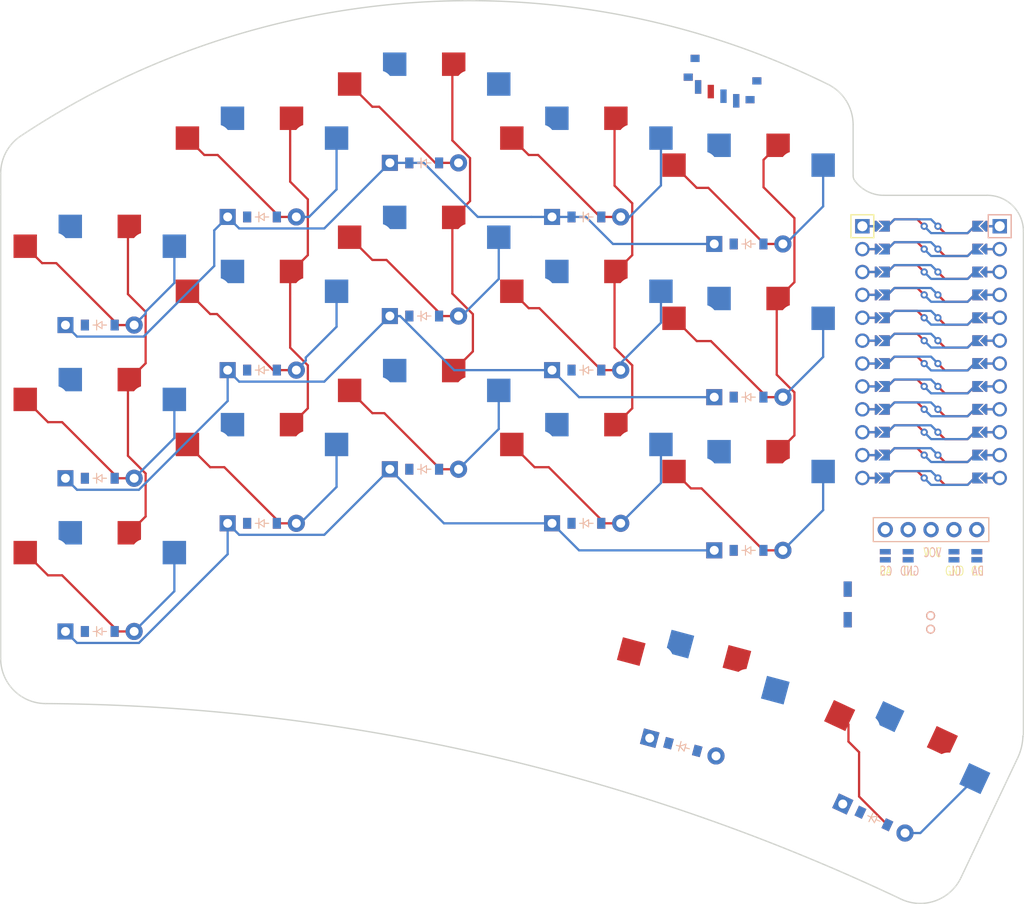
<source format=kicad_pcb>
(kicad_pcb (version 20211014) (generator pcbnew)
  (title_block (title "3x5_2") (rev "v1.0.0") (company "Unknown"))
  (layers (0 "F.Cu" signal) (31 "B.Cu" signal) (34 "B.Paste" user) (35 "F.Paste" user) (36 "B.SilkS" user "B.Silkscreen") (37 "F.SilkS" user "F.Silkscreen") (38 "B.Mask" user) (39 "F.Mask" user) (44 "Edge.Cuts" user))
  (net 0 "")
  (net 1 "P3")
  (net 2 "pinky_bot")
  (net 3 "pinky_mid")
  (net 4 "pinky_top")
  (net 5 "P4")
  (net 6 "ring_bot")
  (net 7 "ring_mid")
  (net 8 "ring_top")
  (net 9 "P5")
  (net 10 "middle_bot")
  (net 11 "middle_mid")
  (net 12 "middle_top")
  (net 13 "P6")
  (net 14 "index_bot")
  (net 15 "index_mid")
  (net 16 "index_top")
  (net 17 "P7")
  (net 18 "inner_bot")
  (net 19 "inner_mid")
  (net 20 "inner_top")
  (net 21 "out_default")
  (net 22 "in_default")
  (net 23 "P0")
  (net 24 "P1")
  (net 25 "P2")
  (net 26 "RAW")
  (net 27 "GND")
  (net 28 "RST")
  (net 29 "VCC")
  (net 30 "P21")
  (net 31 "P20")
  (net 32 "P19")
  (net 33 "P18")
  (net 34 "P15")
  (net 35 "P14")
  (net 36 "P16")
  (net 37 "P10")
  (net 38 "P8")
  (net 39 "P9")
  (net 40 "MOSI")
  (net 41 "SCK")
  (net 42 "CS")
  (net 43 "DISP1_1")
  (net 44 "DISP1_2")
  (net 45 "DISP1_4")
  (net 46 "DISP1_5")
  (net 47 "pos")
  (footprint "lib:bat" (layer "F.Cu") (at 92.2 4 180)
    (fp_text reference "")
    (fp_text value "")
  )
  (footprint "ComboDiode" (layer "F.Cu") (at 18 -7)
    (fp_text reference "D4" hide)
    (fp_text value "" hide)
  )
  (footprint "ComboDiode" (layer "F.Cu") (at 72 -21)
    (fp_text reference "D14" hide)
    (fp_text value "" hide)
  )
  (footprint "PG1350" (layer "F.Cu") (at 18 -29)
    (fp_text reference "S5" hide)
    (fp_text value "" hide)
  )
  (footprint "PG1350" (layer "F.Cu") (at 18 -12)
    (fp_text reference "S4" hide)
    (fp_text value "" hide)
  )
  (footprint "PG1350" (layer "F.Cu") (at 36 -18)
    (fp_text reference "S7" hide)
    (fp_text value "" hide)
  )
  (footprint "PG1350" (layer "F.Cu") (at 36 -52)
    (fp_text reference "S9" hide)
    (fp_text value "" hide)
  )
  (footprint "ComboDiode" (layer "F.Cu") (at 54 -24)
    (fp_text reference "D11" hide)
    (fp_text value "" hide)
  )
  (footprint "PG1350" (layer "F.Cu") (at 72 -9)
    (fp_text reference "S13" hide)
    (fp_text value "" hide)
  )
  (footprint "Button_Switch_SMD:SW_SPST_B3U-1000P" (layer "F.Cu") (at 83 2 90)
    (fp_text reference "")
    (fp_text value "")
  )
  (footprint "ComboDiode" (layer "F.Cu") (at 64.705905 17.829629 -15)
    (fp_text reference "D16" hide)
    (fp_text value "" hide)
  )
  (footprint "ComboDiode" (layer "F.Cu") (at 36 -13)
    (fp_text reference "D7" hide)
    (fp_text value "" hide)
  )
  (footprint "PG1350" (layer "F.Cu") (at 72 -43)
    (fp_text reference "S15" hide)
    (fp_text value "" hide)
  )
  (footprint "PG1350" (layer "F.Cu") (at 0 -34)
    (fp_text reference "S3" hide)
    (fp_text value "" hide)
  )
  (footprint "PG1350" (layer "F.Cu") (at 88.020322 21.229699 -25)
    (fp_text reference "S17" hide)
    (fp_text value "" hide)
  )
  (footprint "PG1350" (layer "F.Cu") (at 36 -35)
    (fp_text reference "S8" hide)
    (fp_text value "" hide)
  )
  (footprint "ComboDiode" (layer "F.Cu") (at 72 -38)
    (fp_text reference "D15" hide)
    (fp_text value "" hide)
  )
  (footprint "ComboDiode" (layer "F.Cu") (at 85.90723 25.761238 -25)
    (fp_text reference "D17" hide)
    (fp_text value "" hide)
  )
  (footprint "PG1350" (layer "F.Cu") (at 54 -29)
    (fp_text reference "S11" hide)
    (fp_text value "" hide)
  )
  (footprint "PG1350" (layer "F.Cu") (at 18 -46)
    (fp_text reference "S6" hide)
    (fp_text value "" hide)
  )
  (footprint "ComboDiode" (layer "F.Cu") (at 18 -41)
    (fp_text reference "D6" hide)
    (fp_text value "" hide)
  )
  (footprint "PG1350" (layer "F.Cu") (at 54 -12)
    (fp_text reference "S10" hide)
    (fp_text value "" hide)
  )
  (footprint "Button_Switch_SMD:SW_SPDT_PCM12" (layer "F.Cu") (at 69 -56 160)
    (fp_text reference "")
    (fp_text value "")
  )
  (footprint "PG1350" (layer "F.Cu") (at 0 0)
    (fp_text reference "S1" hide)
    (fp_text value "" hide)
  )
  (footprint "nice!view" (layer "F.Cu") (at 92.25 -23)
    (fp_text reference "DISP1" hide)
    (fp_text value "")
  )
  (footprint "ComboDiode" (layer "F.Cu") (at 36 -47)
    (fp_text reference "D9" hide)
    (fp_text value "" hide)
  )
  (footprint "ComboDiode" (layer "F.Cu") (at 54 -41)
    (fp_text reference "D12" hide)
    (fp_text value "" hide)
  )
  (footprint "PG1350" (layer "F.Cu") (at 0 -17)
    (fp_text reference "S2" hide)
    (fp_text value "" hide)
  )
  (footprint "PG1350" (layer "F.Cu") (at 72 -26)
    (fp_text reference "S14" hide)
    (fp_text value "" hide)
  )
  (footprint "PG1350" (layer "F.Cu") (at 54 -46)
    (fp_text reference "S12" hide)
    (fp_text value "" hide)
  )
  (footprint "ComboDiode" (layer "F.Cu") (at 0 5)
    (fp_text reference "D1" hide)
    (fp_text value "" hide)
  )
  (footprint "ProMicro" (layer "F.Cu") (at 92.25 -26 -90)
    (fp_text reference "MCU1" hide)
    (fp_text value "")
  )
  (footprint "PG1350" (layer "F.Cu") (at 66 13 -15)
    (fp_text reference "S16" hide)
    (fp_text value "" hide)
  )
  (footprint "ComboDiode" (layer "F.Cu") (at 0 -12)
    (fp_text reference "D2" hide)
    (fp_text value "" hide)
  )
  (footprint "ComboDiode" (layer "F.Cu") (at 72 -4)
    (fp_text reference "D13" hide)
    (fp_text value "" hide)
  )
  (footprint "ComboDiode" (layer "F.Cu") (at 36 -30)
    (fp_text reference "D8" hide)
    (fp_text value "" hide)
  )
  (footprint "ComboDiode" (layer "F.Cu") (at 54 -7)
    (fp_text reference "D10" hide)
    (fp_text value "" hide)
  )
  (footprint "ComboDiode" (layer "F.Cu") (at 0 -29)
    (fp_text reference "D3" hide)
    (fp_text value "" hide)
  )
  (footprint "ComboDiode" (layer "F.Cu") (at 18 -24)
    (fp_text reference "D5" hide)
    (fp_text value "" hide)
  )
  (gr_arc (start 102.443413 16.6) (mid 102.282652 17.841207) (end 101.867889 19.022059) (layer "Edge.Cuts") (width 0.15))
  (gr_arc (start -6.032609 13.004785) (mid -9.547044 11.528877) (end -11 8.004891) (layer "Edge.Cuts") (width 0.15))
  (gr_arc (start 83.8 -45) (mid 83.651317 -45.283772) (end 83.6 -45.6) (layer "Edge.Cuts") (width 0.15))
  (gr_line (start 87 -43.4) (end 98.5 -43.4) (layer "Edge.Cuts") (width 0.15))
  (gr_arc (start -8.764706 -49.989827) (mid 35.258776 -64.816694) (end 80.811765 -55.715695) (layer "Edge.Cuts") (width 0.15))
  (gr_arc (start 87 -43.4) (mid 85.211146 -43.822291) (end 83.8 -45) (layer "Edge.Cuts") (width 0.15))
  (gr_arc (start -6.032609 13.004785) (mid 42.625546 18.654543) (end 88.907838 34.700888) (layer "Edge.Cuts") (width 0.15))
  (gr_arc (start 80.811765 -55.715694) (mid 82.846105 -53.871676) (end 83.6 -51.231489) (layer "Edge.Cuts") (width 0.15))
  (gr_line (start -11 8.004891) (end -11 -43.5) (layer "Edge.Cuts") (width 0.15))
  (gr_line (start -11 -43.5) (end -11 -45.823725) (layer "Edge.Cuts") (width 0.15))
  (gr_line (start 101.867889 19.022059) (end 95.569153 32.323077) (layer "Edge.Cuts") (width 0.15))
  (gr_arc (start 95.569154 32.323078) (mid 92.731145 34.892116) (end 88.907838 34.700888) (layer "Edge.Cuts") (width 0.15))
  (gr_arc (start -11 -45.823725) (mid -10.405879 -48.18767) (end -8.764706 -49.989826) (layer "Edge.Cuts") (width 0.15))
  (gr_line (start 102.443413 16.6) (end 102.5 16.6) (layer "Edge.Cuts") (width 0.15))
  (gr_arc (start 98.5 -43.4) (mid 101.328427 -42.228427) (end 102.5 -39.4) (layer "Edge.Cuts") (width 0.15))
  (gr_line (start 102.5 16.6) (end 102.5 -39.4) (layer "Edge.Cuts") (width 0.15))
  (gr_line (start 83.6 -45.6) (end 83.6 -51.231489) (layer "Edge.Cuts") (width 0.15))
  (segment (start 3.124999 -14.491659) (end 5.0875 -12.529158) (width 0.25) (layer "F.Cu") (net 1))
  (segment (start 3.124999 -39.799999) (end 3.124999 -32.435001) (width 0.25) (layer "F.Cu") (net 1))
  (segment (start 3.275 -22.95) (end 3.124999 -22.799999) (width 0.25) (layer "F.Cu") (net 1))
  (segment (start 3.275 -39.95) (end 3.124999 -39.799999) (width 0.25) (layer "F.Cu") (net 1))
  (segment (start 5.0875 -12.529158) (end 5.0875 -7.7625) (width 0.25) (layer "F.Cu") (net 1))
  (segment (start 5.0875 -7.7625) (end 3.275 -5.95) (width 0.25) (layer "F.Cu") (net 1))
  (segment (start 3.124999 -32.435001) (end 5.0875 -30.4725) (width 0.25) (layer "F.Cu") (net 1))
  (segment (start 5.0875 -30.4725) (end 5.0875 -24.7625) (width 0.25) (layer "F.Cu") (net 1))
  (segment (start 5.0875 -24.7625) (end 3.275 -22.95) (width 0.25) (layer "F.Cu") (net 1))
  (segment (start 3.124999 -22.799999) (end 3.124999 -14.491659) (width 0.25) (layer "F.Cu") (net 1))
  (segment (start -4.180902 -1.225901) (end 2.044999 5) (width 0.25) (layer "F.Cu") (net 2))
  (segment (start -5.750901 -1.225901) (end -4.180902 -1.225901) (width 0.25) (layer "F.Cu") (net 2))
  (segment (start 2.044999 5) (end 3.81 5) (width 0.25) (layer "F.Cu") (net 2))
  (segment (start -8.275 -3.75) (end -5.750901 -1.225901) (width 0.25) (layer "F.Cu") (net 2))
  (segment (start 8.275 -3.75) (end 8.275 0.535) (width 0.25) (layer "B.Cu") (net 2))
  (segment (start 8.275 0.535) (end 3.81 5) (width 0.25) (layer "B.Cu") (net 2))
  (segment (start -5.750901 -18.225901) (end -4.180902 -18.225901) (width 0.25) (layer "F.Cu") (net 3))
  (segment (start -4.180902 -18.225901) (end 2.044999 -12) (width 0.25) (layer "F.Cu") (net 3))
  (segment (start -8.275 -20.75) (end -5.750901 -18.225901) (width 0.25) (layer "F.Cu") (net 3))
  (segment (start 2.044999 -12) (end 3.81 -12) (width 0.25) (layer "F.Cu") (net 3))
  (segment (start 8.275 -20.75) (end 8.275 -16.465) (width 0.25) (layer "B.Cu") (net 3))
  (segment (start 8.275 -16.465) (end 3.81 -12) (width 0.25) (layer "B.Cu") (net 3))
  (segment (start 2.044999 -29) (end 3.81 -29) (width 0.25) (layer "F.Cu") (net 4))
  (segment (start -8.275 -37.75) (end -6.399999 -35.874999) (width 0.25) (layer "F.Cu") (net 4))
  (segment (start -4.83 -35.874999) (end 2.044999 -29) (width 0.25) (layer "F.Cu") (net 4))
  (segment (start -6.399999 -35.874999) (end -4.83 -35.874999) (width 0.25) (layer "F.Cu") (net 4))
  (segment (start 5.08 -30.27) (end 3.81 -29) (width 0.25) (layer "B.Cu") (net 4))
  (segment (start 8.275 -33.675) (end 5.08 -30.48) (width 0.25) (layer "B.Cu") (net 4))
  (segment (start 5.08 -30.48) (end 5.08 -30.27) (width 0.25) (layer "B.Cu") (net 4))
  (segment (start 8.275 -37.75) (end 8.275 -33.675) (width 0.25) (layer "B.Cu") (net 4))
  (segment (start 21.124999 -34.799999) (end 21.124999 -26.491659) (width 0.25) (layer "F.Cu") (net 5))
  (segment (start 23.0875 -42.9525) (end 23.0875 -36.7625) (width 0.25) (layer "F.Cu") (net 5))
  (segment (start 23.0875 -19.7625) (end 21.275 -17.95) (width 0.25) (layer "F.Cu") (net 5))
  (segment (start 21.275 -34.95) (end 21.124999 -34.799999) (width 0.25) (layer "F.Cu") (net 5))
  (segment (start 23.0875 -24.529158) (end 23.0875 -19.7625) (width 0.25) (layer "F.Cu") (net 5))
  (segment (start 21.124999 -26.491659) (end 23.0875 -24.529158) (width 0.25) (layer "F.Cu") (net 5))
  (segment (start 21.124999 -44.915001) (end 23.0875 -42.9525) (width 0.25) (layer "F.Cu") (net 5))
  (segment (start 21.275 -51.95) (end 21.124999 -51.799999) (width 0.25) (layer "F.Cu") (net 5))
  (segment (start 21.124999 -51.799999) (end 21.124999 -44.915001) (width 0.25) (layer "F.Cu") (net 5))
  (segment (start 23.0875 -36.7625) (end 21.275 -34.95) (width 0.25) (layer "F.Cu") (net 5))
  (segment (start 9.725 -15.75) (end 12.249099 -13.225901) (width 0.25) (layer "F.Cu") (net 6))
  (segment (start 12.249099 -13.225901) (end 13.819098 -13.225901) (width 0.25) (layer "F.Cu") (net 6))
  (segment (start 13.819098 -13.225901) (end 20.044999 -7) (width 0.25) (layer "F.Cu") (net 6))
  (segment (start 20.044999 -7) (end 21.81 -7) (width 0.25) (layer "F.Cu") (net 6))
  (segment (start 22.24 -7) (end 21.81 -7) (width 0.25) (layer "B.Cu") (net 6))
  (segment (start 26.275 -11.035) (end 22.24 -7) (width 0.25) (layer "B.Cu") (net 6))
  (segment (start 26.275 -15.75) (end 26.275 -11.035) (width 0.25) (layer "B.Cu") (net 6))
  (segment (start 9.725 -32.75) (end 12.249099 -30.225901) (width 0.25) (layer "F.Cu") (net 7))
  (segment (start 19.233686 -24) (end 21.81 -24) (width 0.25) (layer "F.Cu") (net 7))
  (segment (start 13.007785 -30.225901) (end 19.233686 -24) (width 0.25) (layer "F.Cu") (net 7))
  (segment (start 12.249099 -30.225901) (end 13.007785 -30.225901) (width 0.25) (layer "F.Cu") (net 7))
  (segment (start 26.275 -28.815) (end 22.86 -25.4) (width 0.25) (layer "B.Cu") (net 7))
  (segment (start 26.275 -32.75) (end 26.275 -28.815) (width 0.25) (layer "B.Cu") (net 7))
  (segment (start 22.86 -25.4) (end 22.86 -25.05) (width 0.25) (layer "B.Cu") (net 7))
  (segment (start 22.86 -25.05) (end 21.81 -24) (width 0.25) (layer "B.Cu") (net 7))
  (segment (start 11.600001 -47.874999) (end 13.085001 -47.874999) (width 0.25) (layer "F.Cu") (net 8))
  (segment (start 13.085001 -47.874999) (end 19.96 -41) (width 0.25) (layer "F.Cu") (net 8))
  (segment (start 9.725 -49.75) (end 11.600001 -47.874999) (width 0.25) (layer "F.Cu") (net 8))
  (segment (start 19.96 -41) (end 21.81 -41) (width 0.25) (layer "F.Cu") (net 8))
  (segment (start 26.275 -44.055) (end 23.22 -41) (width 0.25) (layer "B.Cu") (net 8))
  (segment (start 26.275 -49.75) (end 26.275 -44.055) (width 0.25) (layer "B.Cu") (net 8))
  (segment (start 23.22 -41) (end 21.81 -41) (width 0.25) (layer "B.Cu") (net 8))
  (segment (start 41.405001 -26.080001) (end 39.275 -23.95) (width 0.25) (layer "F.Cu") (net 9))
  (segment (start 39.124999 -49.491659) (end 41.0875 -47.529158) (width 0.25) (layer "F.Cu") (net 9))
  (segment (start 41.0875 -47.529158) (end 41.0875 -42.7625) (width 0.25) (layer "F.Cu") (net 9))
  (segment (start 39.124999 -32.491659) (end 41.405001 -30.211657) (width 0.25) (layer "F.Cu") (net 9))
  (segment (start 39.124999 -57.799999) (end 39.124999 -49.491659) (width 0.25) (layer "F.Cu") (net 9))
  (segment (start 39.124999 -40.799999) (end 39.124999 -32.491659) (width 0.25) (layer "F.Cu") (net 9))
  (segment (start 39.275 -40.95) (end 39.124999 -40.799999) (width 0.25) (layer "F.Cu") (net 9))
  (segment (start 39.275 -57.95) (end 39.124999 -57.799999) (width 0.25) (layer "F.Cu") (net 9))
  (segment (start 41.405001 -30.211657) (end 41.405001 -26.080001) (width 0.25) (layer "F.Cu") (net 9))
  (segment (start 41.0875 -42.7625) (end 39.275 -40.95) (width 0.25) (layer "F.Cu") (net 9))
  (segment (start 30.249099 -19.225901) (end 31.574099 -19.225901) (width 0.25) (layer "F.Cu") (net 10))
  (segment (start 37.8 -13) (end 39.81 -13) (width 0.25) (layer "F.Cu") (net 10))
  (segment (start 27.725 -21.75) (end 30.249099 -19.225901) (width 0.25) (layer "F.Cu") (net 10))
  (segment (start 31.574099 -19.225901) (end 37.8 -13) (width 0.25) (layer "F.Cu") (net 10))
  (segment (start 44.275 -21.75) (end 44.275 -17.465) (width 0.25) (layer "B.Cu") (net 10))
  (segment (start 44.275 -17.465) (end 39.81 -13) (width 0.25) (layer "B.Cu") (net 10))
  (segment (start 31.819098 -36.225901) (end 30.249099 -36.225901) (width 0.25) (layer "F.Cu") (net 11))
  (segment (start 39.81 -30) (end 38.044999 -30) (width 0.25) (layer "F.Cu") (net 11))
  (segment (start 30.249099 -36.225901) (end 27.725 -38.75) (width 0.25) (layer "F.Cu") (net 11))
  (segment (start 38.044999 -30) (end 31.819098 -36.225901) (width 0.25) (layer "F.Cu") (net 11))
  (segment (start 40.16 -30) (end 39.81 -30) (width 0.25) (layer "B.Cu") (net 11))
  (segment (start 44.275 -38.75) (end 44.275 -34.115) (width 0.25) (layer "B.Cu") (net 11))
  (segment (start 44.275 -34.115) (end 40.16 -30) (width 0.25) (layer "B.Cu") (net 11))
  (segment (start 37.233686 -47) (end 39.81 -47) (width 0.25) (layer "F.Cu") (net 12))
  (segment (start 27.725 -55.75) (end 30.249099 -53.225901) (width 0.25) (layer "F.Cu") (net 12))
  (segment (start 30.249099 -53.225901) (end 31.007785 -53.225901) (width 0.25) (layer "F.Cu") (net 12))
  (segment (start 31.007785 -53.225901) (end 37.233686 -47) (width 0.25) (layer "F.Cu") (net 12))
  (segment (start 59.0875 -24.529158) (end 59.0875 -19.7625) (width 0.25) (layer "F.Cu") (net 13))
  (segment (start 57.124999 -44.475001) (end 59.0875 -42.5125) (width 0.25) (layer "F.Cu") (net 13))
  (segment (start 59.0875 -19.7625) (end 57.275 -17.95) (width 0.25) (layer "F.Cu") (net 13))
  (segment (start 57.275 -51.95) (end 57.124999 -51.799999) (width 0.25) (layer "F.Cu") (net 13))
  (segment (start 59.0875 -42.5125) (end 59.0875 -36.7625) (width 0.25) (layer "F.Cu") (net 13))
  (segment (start 57.124999 -26.491659) (end 59.0875 -24.529158) (width 0.25) (layer "F.Cu") (net 13))
  (segment (start 59.0875 -36.7625) (end 57.275 -34.95) (width 0.25) (layer "F.Cu") (net 13))
  (segment (start 57.275 -34.95) (end 57.124999 -34.799999) (width 0.25) (layer "F.Cu") (net 13))
  (segment (start 57.124999 -34.799999) (end 57.124999 -26.491659) (width 0.25) (layer "F.Cu") (net 13))
  (segment (start 57.124999 -51.799999) (end 57.124999 -44.475001) (width 0.25) (layer "F.Cu") (net 13))
  (segment (start 45.725 -15.75) (end 48.249099 -13.225901) (width 0.25) (layer "F.Cu") (net 14))
  (segment (start 48.249099 -13.225901) (end 49.819098 -13.225901) (width 0.25) (layer "F.Cu") (net 14))
  (segment (start 56.044999 -7) (end 57.81 -7) (width 0.25) (layer "F.Cu") (net 14))
  (segment (start 49.819098 -13.225901) (end 56.044999 -7) (width 0.25) (layer "F.Cu") (net 14))
  (segment (start 62.275 -11.475) (end 57.81 -7.01) (width 0.25) (layer "B.Cu") (net 14))
  (segment (start 57.81 -7.01) (end 57.81 -7) (width 0.25) (layer "B.Cu") (net 14))
  (segment (start 62.275 -15.75) (end 62.275 -11.475) (width 0.25) (layer "B.Cu") (net 14))
  (segment (start 47.600001 -30.874999) (end 48.775001 -30.874999) (width 0.25) (layer "F.Cu") (net 15))
  (segment (start 45.725 -32.75) (end 47.600001 -30.874999) (width 0.25) (layer "F.Cu") (net 15))
  (segment (start 48.775001 -30.874999) (end 55.65 -24) (width 0.25) (layer "F.Cu") (net 15))
  (segment (start 55.65 -24) (end 57.81 -24) (width 0.25) (layer "F.Cu") (net 15))
  (segment (start 62.275 -29.255) (end 57.81 -24.79) (width 0.25) (layer "B.Cu") (net 15))
  (segment (start 62.275 -32.75) (end 62.275 -29.255) (width 0.25) (layer "B.Cu") (net 15))
  (segment (start 57.81 -24.79) (end 57.81 -24) (width 0.25) (layer "B.Cu") (net 15))
  (segment (start 55.52 -41) (end 57.81 -41) (width 0.25) (layer "F.Cu") (net 16))
  (segment (start 47.600001 -47.874999) (end 48.645001 -47.874999) (width 0.25) (layer "F.Cu") (net 16))
  (segment (start 48.645001 -47.874999) (end 55.52 -41) (width 0.25) (layer "F.Cu") (net 16))
  (segment (start 45.725 -49.75) (end 47.600001 -47.874999) (width 0.25) (layer "F.Cu") (net 16))
  (segment (start 62.275 -49.75) (end 62.275 -44.495) (width 0.25) (layer "B.Cu") (net 16))
  (segment (start 58.17 -40.64) (end 57.81 -41) (width 0.25) (layer "B.Cu") (net 16))
  (segment (start 58.42 -40.64) (end 58.17 -40.64) (width 0.25) (layer "B.Cu") (net 16))
  (segment (start 62.275 -44.495) (end 58.42 -40.64) (width 0.25) (layer "B.Cu") (net 16))
  (segment (start 73.66 -44.295001) (end 77.0875 -40.867501) (width 0.25) (layer "F.Cu") (net 17))
  (segment (start 75.124999 -31.799999) (end 75.124999 -23.491659) (width 0.25) (layer "F.Cu") (net 17))
  (segment (start 77.0875 -33.7625) (end 75.275 -31.95) (width 0.25) (layer "F.Cu") (net 17))
  (segment (start 73.66 -47.335) (end 73.66 -44.295001) (width 0.25) (layer "F.Cu") (net 17))
  (segment (start 77.0875 -40.867501) (end 77.0875 -33.7625) (width 0.25) (layer "F.Cu") (net 17))
  (segment (start 75.275 -48.95) (end 73.66 -47.335) (width 0.25) (layer "F.Cu") (net 17))
  (segment (start 77.0875 -16.7625) (end 75.275 -14.95) (width 0.25) (layer "F.Cu") (net 17))
  (segment (start 75.275 -31.95) (end 75.124999 -31.799999) (width 0.25) (layer "F.Cu") (net 17))
  (segment (start 77.0875 -21.529158) (end 77.0875 -16.7625) (width 0.25) (layer "F.Cu") (net 17))
  (segment (start 75.124999 -23.491659) (end 77.0875 -21.529158) (width 0.25) (layer "F.Cu") (net 17))
  (segment (start 63.725 -12.75) (end 65.600001 -10.874999) (width 0.25) (layer "F.Cu") (net 18))
  (segment (start 65.600001 -10.874999) (end 66.775001 -10.874999) (width 0.25) (layer "F.Cu") (net 18))
  (segment (start 66.775001 -10.874999) (end 73.65 -4) (width 0.25) (layer "F.Cu") (net 18))
  (segment (start 73.65 -4) (end 75.81 -4) (width 0.25) (layer "F.Cu") (net 18))
  (segment (start 80.275 -12.75) (end 80.275 -8.465) (width 0.25) (layer "B.Cu") (net 18))
  (segment (start 80.275 -8.465) (end 75.81 -4) (width 0.25) (layer "B.Cu") (net 18))
  (segment (start 67.819098 -27.225901) (end 74.044999 -21) (width 0.25) (layer "F.Cu") (net 19))
  (segment (start 74.044999 -21) (end 75.81 -21) (width 0.25) (layer "F.Cu") (net 19))
  (segment (start 66.249099 -27.225901) (end 67.819098 -27.225901) (width 0.25) (layer "F.Cu") (net 19))
  (segment (start 63.725 -29.75) (end 66.249099 -27.225901) (width 0.25) (layer "F.Cu") (net 19))
  (segment (start 80.275 -29.75) (end 80.275 -25.465) (width 0.25) (layer "B.Cu") (net 19))
  (segment (start 80.275 -25.465) (end 75.81 -21) (width 0.25) (layer "B.Cu") (net 19))
  (segment (start 66.249099 -44.225901) (end 67.534099 -44.225901) (width 0.25) (layer "F.Cu") (net 20))
  (segment (start 67.534099 -44.225901) (end 73.76 -38) (width 0.25) (layer "F.Cu") (net 20))
  (segment (start 63.725 -46.75) (end 66.249099 -44.225901) (width 0.25) (layer "F.Cu") (net 20))
  (segment (start 73.76 -38) (end 75.81 -38) (width 0.25) (layer "F.Cu") (net 20))
  (segment (start 80.275 -46.75) (end 80.275 -42.175) (width 0.25) (layer "B.Cu") (net 20))
  (segment (start 76.1 -38) (end 75.81 -38) (width 0.25) (layer "B.Cu") (net 20))
  (segment (start 80.275 -42.175) (end 76.1 -38) (width 0.25) (layer "B.Cu") (net 20))
  (segment (start 83.083677 17.219661) (end 84.26153 18.397514) (width 0.25) (layer "F.Cu") (net 22))
  (segment (start 82.105444 14.333879) (end 83.083677 15.312112) (width 0.25) (layer "F.Cu") (net 22))
  (segment (start 84.26153 18.397514) (end 84.26153 23.31745) (width 0.25) (layer "F.Cu") (net 22))
  (segment (start 83.083677 15.312112) (end 83.083677 17.219661) (width 0.25) (layer "F.Cu") (net 22))
  (segment (start 84.26153 23.31745) (end 87.402638 26.458558) (width 0.25) (layer "F.Cu") (net 22))
  (segment (start 97.104837 21.328211) (end 91.061634 27.371414) (width 0.25) (layer "B.Cu") (net 22))
  (segment (start 91.061634 27.371414) (end 89.360263 27.371414) (width 0.25) (layer "B.Cu") (net 22))
  (segment (start 53.19 -4) (end 68.19 -4) (width 0.25) (layer "B.Cu") (net 23))
  (segment (start 32.19 -13) (end 38.19 -7) (width 0.25) (layer "B.Cu") (net 23))
  (segment (start 4.339158 6.2775) (end 14.19 -3.573342) (width 0.25) (layer "B.Cu") (net 23))
  (segment (start -2.5325 6.2775) (end 4.339158 6.2775) (width 0.25) (layer "B.Cu") (net 23))
  (segment (start 14.19 -7) (end 15.4675 -5.7225) (width 0.25) (layer "B.Cu") (net 23))
  (segment (start 50.19 -7) (end 53.19 -4) (width 0.25) (layer "B.Cu") (net 23))
  (segment (start 38.19 -7) (end 50.19 -7) (width 0.25) (layer "B.Cu") (net 23))
  (segment (start -3.81 5) (end -2.5325 6.2775) (width 0.25) (layer "B.Cu") (net 23))
  (segment (start 24.9125 -5.7225) (end 32.19 -13) (width 0.25) (layer "B.Cu") (net 23))
  (segment (start 14.19 -3.573342) (end 14.19 -7) (width 0.25) (layer "B.Cu") (net 23))
  (segment (start 15.4675 -5.7225) (end 24.9125 -5.7225) (width 0.25) (layer "B.Cu") (net 23))
  (segment (start 39.329 -24) (end 33.329 -30) (width 0.25) (layer "B.Cu") (net 24))
  (segment (start -2.5325 -10.7225) (end -3.81 -12) (width 0.25) (layer "B.Cu") (net 24))
  (segment (start 53.19 -21) (end 50.19 -24) (width 0.25) (layer "B.Cu") (net 24))
  (segment (start 24.9125 -22.7225) (end 15.4675 -22.7225) (width 0.25) (layer "B.Cu") (net 24))
  (segment (start 50.19 -24) (end 39.329 -24) (width 0.25) (layer "B.Cu") (net 24))
  (segment (start 68.19 -21) (end 53.19 -21) (width 0.25) (layer "B.Cu") (net 24))
  (segment (start 15.4675 -22.7225) (end 14.19 -24) (width 0.25) (layer "B.Cu") (net 24))
  (segment (start 32.19 -30) (end 24.9125 -22.7225) (width 0.25) (layer "B.Cu") (net 24))
  (segment (start 14.19 -24) (end 14.19 -20.573342) (width 0.25) (layer "B.Cu") (net 24))
  (segment (start 4.339158 -10.7225) (end -2.5325 -10.7225) (width 0.25) (layer "B.Cu") (net 24))
  (segment (start 33.329 -30) (end 32.19 -30) (width 0.25) (layer "B.Cu") (net 24))
  (segment (start 14.19 -20.573342) (end 4.339158 -10.7225) (width 0.25) (layer "B.Cu") (net 24))
  (segment (start -3.81 -29) (end -2.5325 -27.7225) (width 0.25) (layer "B.Cu") (net 25))
  (segment (start -2.5325 -27.7225) (end 4.8625 -27.7225) (width 0.25) (layer "B.Cu") (net 25))
  (segment (start 24.9125 -39.7225) (end 32.19 -47) (width 0.25) (layer "B.Cu") (net 25))
  (segment (start 41.95 -41) (end 47.9 -41) (width 0.25) (layer "B.Cu") (net 25))
  (segment (start 53.95 -41) (end 56.95 -38) (width 0.25) (layer "B.Cu") (net 25))
  (segment (start 14.19 -41) (end 15.4675 -39.7225) (width 0.25) (layer "B.Cu") (net 25))
  (segment (start 56.95 -38) (end 68.19 -38) (width 0.25) (layer "B.Cu") (net 25))
  (segment (start 15.4675 -39.7225) (end 24.9125 -39.7225) (width 0.25) (layer "B.Cu") (net 25))
  (segment (start 35.95 -47) (end 41.95 -41) (width 0.25) (layer "B.Cu") (net 25))
  (segment (start 47.9 -41) (end 50.19 -41) (width 0.25) (layer "B.Cu") (net 25))
  (segment (start 50.19 -41) (end 53.95 -41) (width 0.25) (layer "B.Cu") (net 25))
  (segment (start 32.19 -47) (end 35.95 -47) (width 0.25) (layer "B.Cu") (net 25))
  (segment (start 12.7 -35.56) (end 12.7 -39.51) (width 0.25) (layer "B.Cu") (net 25))
  (segment (start 4.8625 -27.7225) (end 12.7 -35.56) (width 0.25) (layer "B.Cu") (net 25))
  (segment (start 12.7 -39.51) (end 14.19 -41) (width 0.25) (layer "B.Cu") (net 25))
)
</source>
